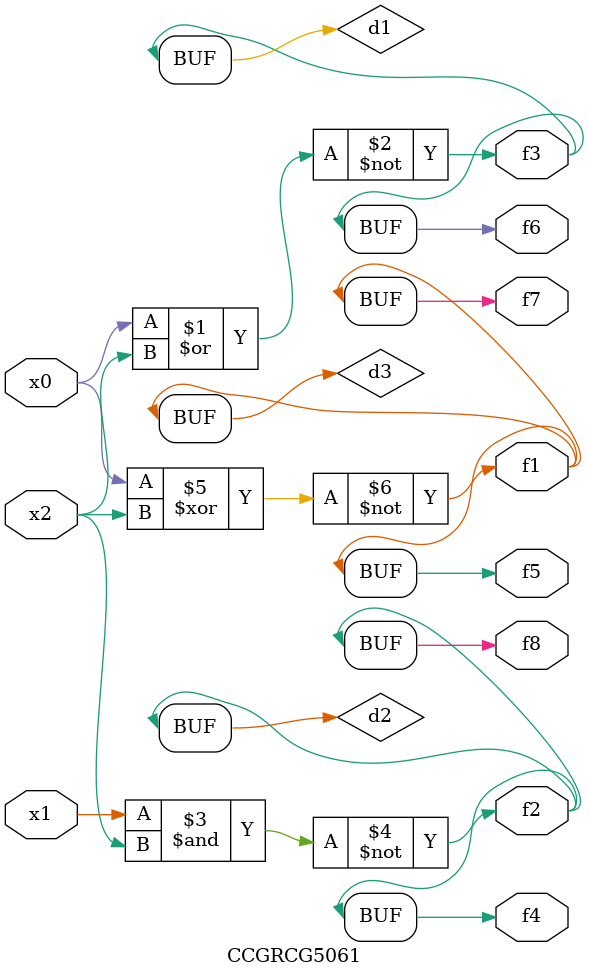
<source format=v>
module CCGRCG5061(
	input x0, x1, x2,
	output f1, f2, f3, f4, f5, f6, f7, f8
);

	wire d1, d2, d3;

	nor (d1, x0, x2);
	nand (d2, x1, x2);
	xnor (d3, x0, x2);
	assign f1 = d3;
	assign f2 = d2;
	assign f3 = d1;
	assign f4 = d2;
	assign f5 = d3;
	assign f6 = d1;
	assign f7 = d3;
	assign f8 = d2;
endmodule

</source>
